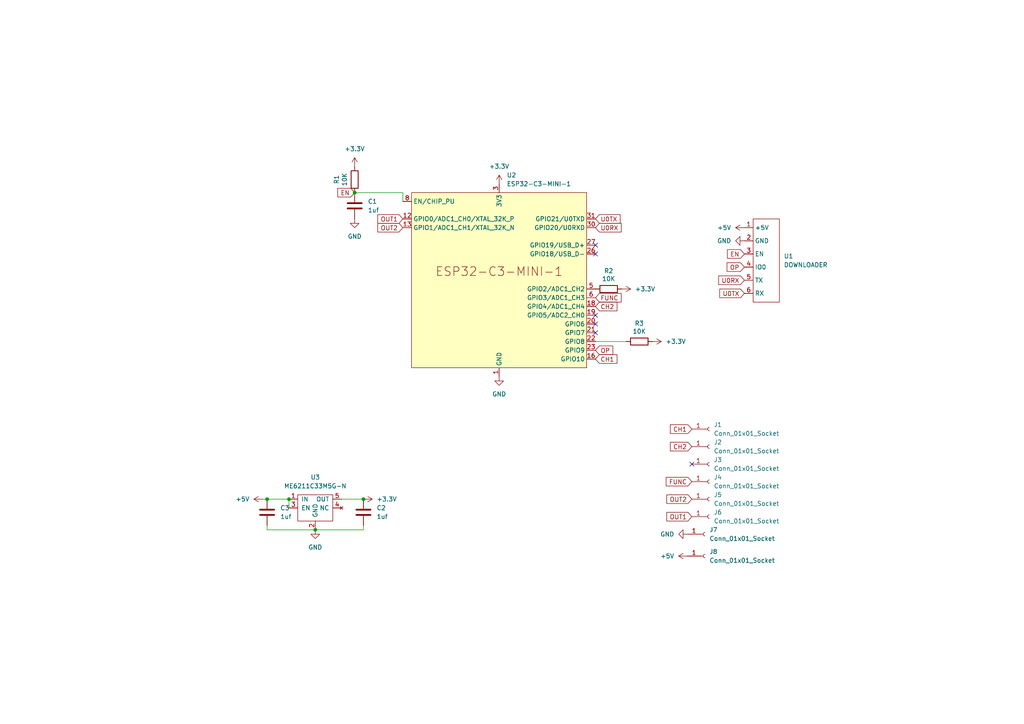
<source format=kicad_sch>
(kicad_sch (version 20230121) (generator eeschema)
  (paper "A4")
  (lib_symbols
    (symbol "+3.3V_1" (power) (pin_names (offset 0))
      (property "Value" "+3.3V_1" (at 0 3.556 0))
      (symbol "+3.3V_1_0_1"
        (polyline (pts (xy -0.762 1.27) (xy 0 2.54)))
        (polyline (pts (xy 0 0) (xy 0 2.54)))
        (polyline (pts (xy 0 2.54) (xy 0.762 1.27)))
      )
      (symbol "+3.3V_1_1_1"
        (pin power_in line (at 0 0 90) (length 0) hide (name "+3.3V") (number "1"))
      )
    )
    (symbol "BLab:DOWNLOADER"
      (property "Reference" "U" (at 0 12.7 0))
      (property "Value" "DOWNLOADER" (at 0 10.16 0))
      (symbol "DOWNLOADER_0_1"
        (rectangle (start -5.08 7.62) (end 2.54 -16.51))
      )
      (symbol "DOWNLOADER_1_1"
        (pin input line (at -7.62 5.08 0) (length 2.54) (name "+5V") (number "1"))
        (pin input line (at -7.62 1.27 0) (length 2.54) (name "GND") (number "2"))
        (pin input line (at -7.62 -2.54 0) (length 2.54) (name "EN") (number "3"))
        (pin input line (at -7.62 -6.35 0) (length 2.54) (name "IO0") (number "4"))
        (pin input line (at -7.62 -10.16 0) (length 2.54) (name "TX") (number "5"))
        (pin input line (at -7.62 -13.97 0) (length 2.54) (name "RX") (number "6"))
      )
    )
    (symbol "BLab:ME6211C33M5G-N" (pin_names (offset 1.016))
      (property "Reference" "U" (at 0 6.35 0))
      (property "Value" "ME6211C33M5G-N" (at 1.27 3.81 0))
      (symbol "ME6211C33M5G-N_0_1"
        (rectangle (start -5.08 1.27) (end 5.08 -6.35))
      )
      (symbol "ME6211C33M5G-N_1_1"
        (pin passive line (at -7.62 0 0) (length 2.54) (name "IN") (number "1"))
        (pin passive line (at 0 -8.89 90) (length 2.54) (name "GND") (number "2"))
        (pin passive line (at -7.62 -2.54 0) (length 2.54) (name "EN") (number "3"))
        (pin no_connect line (at 7.62 -2.54 180) (length 2.54) (name "NC") (number "4"))
        (pin passive line (at 7.62 0 180) (length 2.54) (name "OUT") (number "5"))
      )
    )
    (symbol "Connector:Conn_01x01_Socket" (pin_names (offset 1.016) hide)
      (property "Reference" "J" (at 0 2.54 0))
      (property "Value" "Conn_01x01_Socket" (at 0 -2.54 0))
      (symbol "Conn_01x01_Socket_1_1"
        (polyline (pts (xy -1.27 0) (xy -0.508 0)) (stroke (width 0.1524)))
        (arc (start 0 0.508) (mid -0.5058 0) (end 0 -0.508) (stroke (width 0.1524)))
        (pin passive line (at -5.08 0 0) (length 3.81) (name "Pin_1") (number "1"))
      )
    )
    (symbol "Device:C" (pin_numbers hide) (pin_names (offset 0.254))
      (property "Reference" "C" (at 0.635 2.54 0))
      (property "Value" "C" (at 0.635 -2.54 0))
      (symbol "C_0_1"
        (polyline (pts (xy -2.032 -0.762) (xy 2.032 -0.762)) (stroke (width 0.508)))
        (polyline (pts (xy -2.032 0.762) (xy 2.032 0.762)) (stroke (width 0.508)))
      )
      (symbol "C_1_1"
        (pin passive line (at 0 3.81 270) (length 2.794) (name "~") (number "1"))
        (pin passive line (at 0 -3.81 90) (length 2.794) (name "~") (number "2"))
      )
    )
    (symbol "Device:R" (pin_numbers hide) (pin_names (offset 0))
      (property "Reference" "R" (at 2.032 0 90))
      (property "Value" "R" (at 0 0 90))
      (symbol "R_0_1"
        (rectangle (start -1.016 -2.54) (end 1.016 2.54) (stroke (width 0.254)))
      )
      (symbol "R_1_1"
        (pin passive line (at 0 3.81 270) (length 1.27) (name "~") (number "1"))
        (pin passive line (at 0 -3.81 90) (length 1.27) (name "~") (number "2"))
      )
    )
    (symbol "GND_1" (power) (pin_names (offset 0))
      (property "Value" "GND_1" (at 0 -3.81 0))
      (symbol "GND_1_0_1"
        (polyline (pts (xy 0 0) (xy 0 -1.27) (xy 1.27 -1.27) (xy 0 -2.54) (xy -1.27 -1.27) (xy 0 -1.27)))
      )
      (symbol "GND_1_1_1"
        (pin power_in line (at 0 0 270) (length 0) hide (name "GND") (number "1"))
      )
    )
    (symbol "PCM_Espressif:ESP32-C3-MINI-1"
      (property "Reference" "U" (at -25.4 30.48 0))
      (property "Value" "ESP32-C3-MINI-1" (at -25.4 27.94 0))
      (symbol "ESP32-C3-MINI-1_0_0"
        (text "ESP32-C3-MINI-1" (at 0 2.54 0) (effects (font (size 2.54 2.54))))
      )
      (symbol "ESP32-C3-MINI-1_0_1"
        (rectangle (start -25.4 25.4) (end 25.4 -25.4) (fill (type background)))
      )
      (symbol "ESP32-C3-MINI-1_1_1"
        (pin power_in line (at 0 -27.94 90) (length 2.54) (name "GND") (number "1"))
        (pin no_connect line (at -25.4 2.54 0) (length 2.54) hide (name "NC") (number "10"))
        (pin passive line (at 0 -27.94 90) (length 2.54) hide (name "GND") (number "11"))
        (pin bidirectional line (at -27.94 17.78 0) (length 2.54) (name "GPIO0/ADC1_CH0/XTAL_32K_P") (number "12"))
        (pin bidirectional line (at -27.94 15.24 0) (length 2.54) (name "GPIO1/ADC1_CH1/XTAL_32K_N") (number "13"))
        (pin passive line (at 0 -27.94 90) (length 2.54) hide (name "GND") (number "14"))
        (pin no_connect line (at -25.4 0 0) (length 2.54) hide (name "NC") (number "15"))
        (pin bidirectional line (at 27.94 -22.86 180) (length 2.54) (name "GPIO10") (number "16"))
        (pin no_connect line (at -25.4 -2.54 0) (length 2.54) hide (name "NC") (number "17"))
        (pin bidirectional line (at 27.94 -7.62 180) (length 2.54) (name "GPIO4/ADC1_CH4") (number "18"))
        (pin bidirectional line (at 27.94 -10.16 180) (length 2.54) (name "GPIO5/ADC2_CH0") (number "19"))
        (pin passive line (at 0 -27.94 90) (length 2.54) hide (name "GND") (number "2"))
        (pin bidirectional line (at 27.94 -12.7 180) (length 2.54) (name "GPIO6") (number "20"))
        (pin bidirectional line (at 27.94 -15.24 180) (length 2.54) (name "GPIO7") (number "21"))
        (pin bidirectional line (at 27.94 -17.78 180) (length 2.54) (name "GPIO8") (number "22"))
        (pin bidirectional line (at 27.94 -20.32 180) (length 2.54) (name "GPIO9") (number "23"))
        (pin no_connect line (at -25.4 -5.08 0) (length 2.54) hide (name "NC") (number "24"))
        (pin no_connect line (at -25.4 -7.62 0) (length 2.54) hide (name "NC") (number "25"))
        (pin bidirectional line (at 27.94 7.62 180) (length 2.54) (name "GPIO18/USB_D-") (number "26"))
        (pin bidirectional line (at 27.94 10.16 180) (length 2.54) (name "GPIO19/USB_D+") (number "27"))
        (pin no_connect line (at -25.4 -10.16 0) (length 2.54) hide (name "NC") (number "28"))
        (pin no_connect line (at -25.4 -12.7 0) (length 2.54) hide (name "NC") (number "29"))
        (pin power_in line (at 0 27.94 270) (length 2.54) (name "3V3") (number "3"))
        (pin bidirectional line (at 27.94 15.24 180) (length 2.54) (name "GPIO20/U0RXD") (number "30"))
        (pin bidirectional line (at 27.94 17.78 180) (length 2.54) (name "GPIO21/U0TXD") (number "31"))
        (pin no_connect line (at -25.4 -15.24 0) (length 2.54) hide (name "NC") (number "32"))
        (pin no_connect line (at -25.4 -17.78 0) (length 2.54) hide (name "NC") (number "33"))
        (pin no_connect line (at -25.4 -20.32 0) (length 2.54) hide (name "NC") (number "34"))
        (pin no_connect line (at -25.4 -22.86 0) (length 2.54) hide (name "NC") (number "35"))
        (pin passive line (at 0 -27.94 90) (length 2.54) hide (name "GND") (number "36"))
        (pin passive line (at 0 -27.94 90) (length 2.54) hide (name "GND") (number "37"))
        (pin passive line (at 0 -27.94 90) (length 2.54) hide (name "GND") (number "38"))
        (pin passive line (at 0 -27.94 90) (length 2.54) hide (name "GND") (number "39"))
        (pin no_connect line (at -25.4 10.16 0) (length 2.54) hide (name "NC") (number "4"))
        (pin passive line (at 0 -27.94 90) (length 2.54) hide (name "GND") (number "40"))
        (pin passive line (at 0 -27.94 90) (length 2.54) hide (name "GND") (number "41"))
        (pin passive line (at 0 -27.94 90) (length 2.54) hide (name "GND") (number "42"))
        (pin passive line (at 0 -27.94 90) (length 2.54) hide (name "GND") (number "43"))
        (pin passive line (at 0 -27.94 90) (length 2.54) hide (name "GND") (number "44"))
        (pin passive line (at 0 -27.94 90) (length 2.54) hide (name "GND") (number "45"))
        (pin passive line (at 0 -27.94 90) (length 2.54) hide (name "GND") (number "46"))
        (pin passive line (at 0 -27.94 90) (length 2.54) hide (name "GND") (number "47"))
        (pin passive line (at 0 -27.94 90) (length 2.54) hide (name "GND") (number "48"))
        (pin passive line (at 0 -27.94 90) (length 2.54) hide (name "GND") (number "49"))
        (pin bidirectional line (at 27.94 -2.54 180) (length 2.54) (name "GPIO2/ADC1_CH2") (number "5"))
        (pin passive line (at 0 -27.94 90) (length 2.54) hide (name "GND") (number "50"))
        (pin passive line (at 0 -27.94 90) (length 2.54) hide (name "GND") (number "51"))
        (pin passive line (at 0 -27.94 90) (length 2.54) hide (name "GND") (number "52"))
        (pin passive line (at 0 -27.94 90) (length 2.54) hide (name "GND") (number "53"))
        (pin bidirectional line (at 27.94 -5.08 180) (length 2.54) (name "GPIO3/ADC1_CH3") (number "6"))
        (pin no_connect line (at -25.4 7.62 0) (length 2.54) hide (name "NC") (number "7"))
        (pin input line (at -27.94 22.86 0) (length 2.54) (name "EN/CHIP_PU") (number "8"))
        (pin no_connect line (at -25.4 5.08 0) (length 2.54) hide (name "NC") (number "9"))
      )
    )
    (symbol "power:+3.3V" (power) (pin_names (offset 0))
      (property "Value" "+3.3V" (at 0 3.556 0))
      (symbol "+3.3V_0_1"
        (polyline (pts (xy -0.762 1.27) (xy 0 2.54)))
        (polyline (pts (xy 0 0) (xy 0 2.54)))
        (polyline (pts (xy 0 2.54) (xy 0.762 1.27)))
      )
      (symbol "+3.3V_1_1"
        (pin power_in line (at 0 0 90) (length 0) hide (name "+3.3V") (number "1"))
      )
    )
    (symbol "power:+5V" (power) (pin_names (offset 0))
      (property "Value" "+5V" (at 0 3.556 0))
      (symbol "+5V_0_1"
        (polyline (pts (xy -0.762 1.27) (xy 0 2.54)))
        (polyline (pts (xy 0 0) (xy 0 2.54)))
        (polyline (pts (xy 0 2.54) (xy 0.762 1.27)))
      )
      (symbol "+5V_1_1"
        (pin power_in line (at 0 0 90) (length 0) hide (name "+5V") (number "1"))
      )
    )
  )
  (junction (at 83.82 144.78))
  (junction (at 91.44 153.67))
  (junction (at 102.87 55.88))
  (junction (at 77.47 144.78))
  (junction (at 105.41 144.78))
  (no_connect (at 172.72 73.66))
  (no_connect (at 172.72 91.44))
  (no_connect (at 172.72 96.52))
  (no_connect (at 172.72 93.98))
  (no_connect (at 200.66 134.62))
  (no_connect (at 172.72 71.12))
  (wire (pts (xy 77.47 153.67) (xy 91.44 153.67)))
  (wire (pts (xy 77.47 152.4) (xy 77.47 153.67)))
  (wire (pts (xy 99.06 144.78) (xy 105.41 144.78)))
  (wire (pts (xy 83.82 144.78) (xy 83.82 147.32)))
  (wire (pts (xy 76.2 144.78) (xy 77.47 144.78)))
  (wire (pts (xy 102.87 55.88) (xy 116.84 55.88)))
  (wire (pts (xy 116.84 55.88) (xy 116.84 58.42)))
  (wire (pts (xy 77.47 144.78) (xy 83.82 144.78)))
  (wire (pts (xy 105.41 153.67) (xy 105.41 152.4)))
  (wire (pts (xy 91.44 153.67) (xy 105.41 153.67)))
  (wire (pts (xy 172.72 99.06) (xy 181.61 99.06)))
  (global_label "CH2" (shape input) (at 200.66 129.54 180) (property "Intersheetrefs" "${INTERSHEET_REFS}" (effects hide)))
  (global_label "CH1" (shape input) (at 172.72 104.14 0) (property "Intersheetrefs" "${INTERSHEET_REFS}" (effects hide)))
  (global_label "OUT1" (shape input) (at 200.66 149.86 180) (property "Intersheetrefs" "${INTERSHEET_REFS}" (effects hide)))
  (global_label "OP" (shape input) (at 172.72 101.6 0) (property "Intersheetrefs" "${INTERSHEET_REFS}" (effects hide)))
  (global_label "EN" (shape input) (at 215.9 73.66 180) (property "Intersheetrefs" "${INTERSHEET_REFS}" (effects hide)))
  (global_label "CH2" (shape input) (at 172.72 88.9 0) (property "Intersheetrefs" "${INTERSHEET_REFS}" (effects hide)))
  (global_label "U0RX" (shape input) (at 215.9 81.28 180) (property "Intersheetrefs" "${INTERSHEET_REFS}" (effects hide)))
  (global_label "OP" (shape input) (at 215.9 77.47 180) (property "Intersheetrefs" "${INTERSHEET_REFS}" (effects hide)))
  (global_label "OUT2" (shape input) (at 116.84 66.04 180) (property "Intersheetrefs" "${INTERSHEET_REFS}" (effects hide)))
  (global_label "FUNC" (shape input) (at 200.66 139.7 180) (property "Intersheetrefs" "${INTERSHEET_REFS}" (effects hide)))
  (global_label "CH1" (shape input) (at 200.66 124.46 180) (property "Intersheetrefs" "${INTERSHEET_REFS}" (effects hide)))
  (global_label "U0TX" (shape input) (at 215.9 85.09 180) (property "Intersheetrefs" "${INTERSHEET_REFS}" (effects hide)))
  (global_label "OUT2" (shape input) (at 200.66 144.78 180) (property "Intersheetrefs" "${INTERSHEET_REFS}" (effects hide)))
  (global_label "EN" (shape input) (at 102.87 55.88 180) (property "Intersheetrefs" "${INTERSHEET_REFS}" (effects hide)))
  (global_label "U0RX" (shape input) (at 172.72 66.04 0) (property "Intersheetrefs" "${INTERSHEET_REFS}" (effects hide)))
  (global_label "FUNC" (shape input) (at 172.72 86.36 0) (property "Intersheetrefs" "${INTERSHEET_REFS}" (effects hide)))
  (global_label "OUT1" (shape input) (at 116.84 63.5 180) (property "Intersheetrefs" "${INTERSHEET_REFS}" (effects hide)))
  (global_label "U0TX" (shape input) (at 172.72 63.5 0) (property "Intersheetrefs" "${INTERSHEET_REFS}" (effects hide)))
  (symbol (lib_id "Device:C") (at 105.41 148.59 0) (unit 1)
    (property "Reference" "C2" (at 109.22 147.32 0) (effects (justify left)))
    (property "Value" "1uf" (at 109.22 149.86 0) (effects (justify left)))
    (property "Footprint" "Capacitor_SMD:C_0603_1608Metric" (effects hide))
  )
  (symbol (lib_name "GND_1") (lib_id "power:GND") (at 91.44 153.67 0) (unit 1)
    (property "Reference" "#PWR09" (effects hide))
    (property "Value" "GND" (at 91.44 158.75 0))
  )
  (symbol (lib_id "PCM_Espressif:ESP32-C3-MINI-1") (at 144.78 81.28 0) (unit 1)
    (property "Reference" "U2" (at 146.9741 50.8 0) (effects (justify left)))
    (property "Value" "ESP32-C3-MINI-1" (at 146.9741 53.34 0) (effects (justify left)))
    (property "Footprint" "PCM_Espressif:ESP32-C3-MINI-1" (effects hide))
    (property "Datasheet" "https://www.espressif.com/sites/default/files/documentation/esp32-c3-mini-1_datasheet_en.pdf" (effects hide))
  )
  (symbol (lib_id "Device:C") (at 77.47 148.59 0) (unit 1)
    (property "Reference" "C3" (at 81.28 147.32 0) (effects (justify left)))
    (property "Value" "1uf" (at 81.28 149.86 0) (effects (justify left)))
    (property "Footprint" "Capacitor_SMD:C_0603_1608Metric" (effects hide))
  )
  (symbol (lib_id "power:+5V") (at 199.39 161.29 90) (unit 1)
    (property "Reference" "#PWR010" (effects hide))
    (property "Value" "+5V" (at 195.58 161.29 90) (effects (justify left)))
  )
  (symbol (lib_name "+3.3V_1") (lib_id "power:+3.3V") (at 144.78 53.34 0) (unit 1)
    (property "Reference" "#PWR03" (effects hide))
    (property "Value" "+3.3V" (at 144.78 48.26 0))
  )
  (symbol (lib_id "Connector:Conn_01x01_Socket") (at 204.47 161.29 0) (unit 1)
    (property "Reference" "J8" (at 205.74 160.02 0) (effects (justify left)))
    (property "Value" "Conn_01x01_Socket" (at 205.74 162.56 0) (effects (justify left)))
    (property "Footprint" "BLab:CON_1X2" (effects hide))
  )
  (symbol (lib_id "Connector:Conn_01x01_Socket") (at 205.74 129.54 0) (unit 1)
    (property "Reference" "J2" (at 207.01 128.27 0) (effects (justify left)))
    (property "Value" "Conn_01x01_Socket" (at 207.01 130.81 0) (effects (justify left)))
    (property "Footprint" "BLab:CON_1X2" (effects hide))
  )
  (symbol (lib_id "power:+5V") (at 76.2 144.78 90) (unit 1)
    (property "Reference" "#PWR07" (effects hide))
    (property "Value" "+5V" (at 72.39 144.78 90) (effects (justify left)))
  )
  (symbol (lib_id "Connector:Conn_01x01_Socket") (at 205.74 124.46 0) (unit 1)
    (property "Reference" "J1" (at 207.01 123.19 0) (effects (justify left)))
    (property "Value" "Conn_01x01_Socket" (at 207.01 125.73 0) (effects (justify left)))
    (property "Footprint" "BLab:CON_1X2" (effects hide))
  )
  (symbol (lib_id "Connector:Conn_01x01_Socket") (at 205.74 144.78 0) (unit 1)
    (property "Reference" "J5" (at 207.01 143.51 0) (effects (justify left)))
    (property "Value" "Conn_01x01_Socket" (at 207.01 146.05 0) (effects (justify left)))
    (property "Footprint" "BLab:CON_1X2" (effects hide))
  )
  (symbol (lib_name "GND_1") (lib_id "power:GND") (at 144.78 109.22 0) (unit 1)
    (property "Reference" "#PWR04" (effects hide))
    (property "Value" "GND" (at 144.78 114.3 0))
  )
  (symbol (lib_id "power:+5V") (at 215.9 66.04 90) (unit 1)
    (property "Reference" "#PWR012" (effects hide))
    (property "Value" "+5V" (at 212.09 66.04 90) (effects (justify left)))
  )
  (symbol (lib_id "Device:R") (at 102.87 52.07 0) (unit 1)
    (property "Reference" "R1" (at 97.6122 52.07 90))
    (property "Value" "10K" (at 99.9236 52.07 90))
    (property "Footprint" "Resistor_SMD:R_0603_1608Metric" (effects hide))
  )
  (symbol (lib_id "BLab:ME6211C33M5G-N") (at 91.44 144.78 0) (unit 1)
    (property "Reference" "U3" (at 91.44 138.43 0))
    (property "Value" "ME6211C33M5G-N" (at 91.44 140.97 0))
    (property "Footprint" "Package_TO_SOT_SMD:SOT-23-5" (effects hide))
  )
  (symbol (lib_id "Device:R") (at 176.53 83.82 270) (unit 1)
    (property "Reference" "R2" (at 176.53 78.5622 90))
    (property "Value" "10K" (at 176.53 80.8736 90))
    (property "Footprint" "Resistor_SMD:R_0603_1608Metric" (effects hide))
  )
  (symbol (lib_name "GND_1") (lib_id "power:GND") (at 215.9 69.85 270) (unit 1)
    (property "Reference" "#PWR013" (effects hide))
    (property "Value" "GND" (at 212.09 69.85 90) (effects (justify right)))
  )
  (symbol (lib_id "Connector:Conn_01x01_Socket") (at 205.74 134.62 0) (unit 1)
    (property "Reference" "J3" (at 207.01 133.35 0) (effects (justify left)))
    (property "Value" "Conn_01x01_Socket" (at 207.01 135.89 0) (effects (justify left)))
    (property "Footprint" "BLab:CON_1X2" (effects hide))
  )
  (symbol (lib_name "GND_1") (lib_id "power:GND") (at 102.87 63.5 0) (unit 1)
    (property "Reference" "#PWR02" (effects hide))
    (property "Value" "GND" (at 102.87 68.58 0))
  )
  (symbol (lib_name "+3.3V_1") (lib_id "power:+3.3V") (at 189.23 99.06 270) (unit 1)
    (property "Reference" "#PWR06" (effects hide))
    (property "Value" "+3.3V" (at 193.04 99.06 90) (effects (justify left)))
  )
  (symbol (lib_name "+3.3V_1") (lib_id "power:+3.3V") (at 180.34 83.82 270) (unit 1)
    (property "Reference" "#PWR05" (effects hide))
    (property "Value" "+3.3V" (at 184.15 83.82 90) (effects (justify left)))
  )
  (symbol (lib_id "Device:C") (at 102.87 59.69 0) (unit 1)
    (property "Reference" "C1" (at 106.68 58.42 0) (effects (justify left)))
    (property "Value" "1uf" (at 106.68 60.96 0) (effects (justify left)))
    (property "Footprint" "Capacitor_SMD:C_0603_1608Metric" (effects hide))
  )
  (symbol (lib_id "BLab:DOWNLOADER") (at 223.52 71.12 0) (unit 1)
    (property "Reference" "U1" (at 227.33 74.295 0) (effects (justify left)))
    (property "Value" "DOWNLOADER" (at 227.33 76.835 0) (effects (justify left)))
    (property "Footprint" "BLab:DOWNLOADER" (effects hide))
  )
  (symbol (lib_id "power:+3.3V") (at 105.41 144.78 270) (unit 1)
    (property "Reference" "#PWR08" (effects hide))
    (property "Value" "+3.3V" (at 109.22 144.78 90) (effects (justify left)))
  )
  (symbol (lib_name "+3.3V_1") (lib_id "power:+3.3V") (at 102.87 48.26 0) (unit 1)
    (property "Reference" "#PWR01" (effects hide))
    (property "Value" "+3.3V" (at 102.87 43.18 0))
  )
  (symbol (lib_id "Connector:Conn_01x01_Socket") (at 205.74 139.7 0) (unit 1)
    (property "Reference" "J4" (at 207.01 138.43 0) (effects (justify left)))
    (property "Value" "Conn_01x01_Socket" (at 207.01 140.97 0) (effects (justify left)))
    (property "Footprint" "BLab:CON_1X2" (effects hide))
  )
  (symbol (lib_id "Connector:Conn_01x01_Socket") (at 204.47 154.94 0) (unit 1)
    (property "Reference" "J7" (at 205.74 153.67 0) (effects (justify left)))
    (property "Value" "Conn_01x01_Socket" (at 205.74 156.21 0) (effects (justify left)))
    (property "Footprint" "BLab:CON_1X2" (effects hide))
  )
  (symbol (lib_id "Connector:Conn_01x01_Socket") (at 205.74 149.86 0) (unit 1)
    (property "Reference" "J6" (at 207.01 148.59 0) (effects (justify left)))
    (property "Value" "Conn_01x01_Socket" (at 207.01 151.13 0) (effects (justify left)))
    (property "Footprint" "BLab:CON_1X2" (effects hide))
  )
  (symbol (lib_id "Device:R") (at 185.42 99.06 270) (unit 1)
    (property "Reference" "R3" (at 185.42 93.8022 90))
    (property "Value" "10K" (at 185.42 96.1136 90))
    (property "Footprint" "Resistor_SMD:R_0603_1608Metric" (effects hide))
  )
  (symbol (lib_name "GND_1") (lib_id "power:GND") (at 199.39 154.94 270) (unit 1)
    (property "Reference" "#PWR011" (effects hide))
    (property "Value" "GND" (at 195.58 154.94 90) (effects (justify right)))
  )
)
</source>
